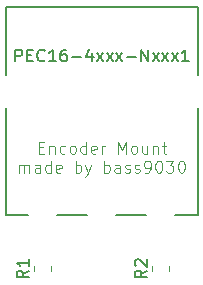
<source format=gbr>
%TF.GenerationSoftware,KiCad,Pcbnew,8.0.4*%
%TF.CreationDate,2024-08-04T23:07:33+09:00*%
%TF.ProjectId,sdvx-encoder-holder,73647678-2d65-46e6-936f-6465722d686f,rev?*%
%TF.SameCoordinates,Original*%
%TF.FileFunction,Legend,Top*%
%TF.FilePolarity,Positive*%
%FSLAX46Y46*%
G04 Gerber Fmt 4.6, Leading zero omitted, Abs format (unit mm)*
G04 Created by KiCad (PCBNEW 8.0.4) date 2024-08-04 23:07:33*
%MOMM*%
%LPD*%
G01*
G04 APERTURE LIST*
%ADD10C,0.100000*%
%ADD11C,0.150000*%
%ADD12C,0.120000*%
%ADD13C,0.152400*%
G04 APERTURE END LIST*
D10*
X122666666Y-90738665D02*
X122999999Y-90738665D01*
X123142856Y-91262475D02*
X122666666Y-91262475D01*
X122666666Y-91262475D02*
X122666666Y-90262475D01*
X122666666Y-90262475D02*
X123142856Y-90262475D01*
X123571428Y-90595808D02*
X123571428Y-91262475D01*
X123571428Y-90691046D02*
X123619047Y-90643427D01*
X123619047Y-90643427D02*
X123714285Y-90595808D01*
X123714285Y-90595808D02*
X123857142Y-90595808D01*
X123857142Y-90595808D02*
X123952380Y-90643427D01*
X123952380Y-90643427D02*
X123999999Y-90738665D01*
X123999999Y-90738665D02*
X123999999Y-91262475D01*
X124904761Y-91214856D02*
X124809523Y-91262475D01*
X124809523Y-91262475D02*
X124619047Y-91262475D01*
X124619047Y-91262475D02*
X124523809Y-91214856D01*
X124523809Y-91214856D02*
X124476190Y-91167236D01*
X124476190Y-91167236D02*
X124428571Y-91071998D01*
X124428571Y-91071998D02*
X124428571Y-90786284D01*
X124428571Y-90786284D02*
X124476190Y-90691046D01*
X124476190Y-90691046D02*
X124523809Y-90643427D01*
X124523809Y-90643427D02*
X124619047Y-90595808D01*
X124619047Y-90595808D02*
X124809523Y-90595808D01*
X124809523Y-90595808D02*
X124904761Y-90643427D01*
X125476190Y-91262475D02*
X125380952Y-91214856D01*
X125380952Y-91214856D02*
X125333333Y-91167236D01*
X125333333Y-91167236D02*
X125285714Y-91071998D01*
X125285714Y-91071998D02*
X125285714Y-90786284D01*
X125285714Y-90786284D02*
X125333333Y-90691046D01*
X125333333Y-90691046D02*
X125380952Y-90643427D01*
X125380952Y-90643427D02*
X125476190Y-90595808D01*
X125476190Y-90595808D02*
X125619047Y-90595808D01*
X125619047Y-90595808D02*
X125714285Y-90643427D01*
X125714285Y-90643427D02*
X125761904Y-90691046D01*
X125761904Y-90691046D02*
X125809523Y-90786284D01*
X125809523Y-90786284D02*
X125809523Y-91071998D01*
X125809523Y-91071998D02*
X125761904Y-91167236D01*
X125761904Y-91167236D02*
X125714285Y-91214856D01*
X125714285Y-91214856D02*
X125619047Y-91262475D01*
X125619047Y-91262475D02*
X125476190Y-91262475D01*
X126666666Y-91262475D02*
X126666666Y-90262475D01*
X126666666Y-91214856D02*
X126571428Y-91262475D01*
X126571428Y-91262475D02*
X126380952Y-91262475D01*
X126380952Y-91262475D02*
X126285714Y-91214856D01*
X126285714Y-91214856D02*
X126238095Y-91167236D01*
X126238095Y-91167236D02*
X126190476Y-91071998D01*
X126190476Y-91071998D02*
X126190476Y-90786284D01*
X126190476Y-90786284D02*
X126238095Y-90691046D01*
X126238095Y-90691046D02*
X126285714Y-90643427D01*
X126285714Y-90643427D02*
X126380952Y-90595808D01*
X126380952Y-90595808D02*
X126571428Y-90595808D01*
X126571428Y-90595808D02*
X126666666Y-90643427D01*
X127523809Y-91214856D02*
X127428571Y-91262475D01*
X127428571Y-91262475D02*
X127238095Y-91262475D01*
X127238095Y-91262475D02*
X127142857Y-91214856D01*
X127142857Y-91214856D02*
X127095238Y-91119617D01*
X127095238Y-91119617D02*
X127095238Y-90738665D01*
X127095238Y-90738665D02*
X127142857Y-90643427D01*
X127142857Y-90643427D02*
X127238095Y-90595808D01*
X127238095Y-90595808D02*
X127428571Y-90595808D01*
X127428571Y-90595808D02*
X127523809Y-90643427D01*
X127523809Y-90643427D02*
X127571428Y-90738665D01*
X127571428Y-90738665D02*
X127571428Y-90833903D01*
X127571428Y-90833903D02*
X127095238Y-90929141D01*
X128000000Y-91262475D02*
X128000000Y-90595808D01*
X128000000Y-90786284D02*
X128047619Y-90691046D01*
X128047619Y-90691046D02*
X128095238Y-90643427D01*
X128095238Y-90643427D02*
X128190476Y-90595808D01*
X128190476Y-90595808D02*
X128285714Y-90595808D01*
X129380953Y-91262475D02*
X129380953Y-90262475D01*
X129380953Y-90262475D02*
X129714286Y-90976760D01*
X129714286Y-90976760D02*
X130047619Y-90262475D01*
X130047619Y-90262475D02*
X130047619Y-91262475D01*
X130666667Y-91262475D02*
X130571429Y-91214856D01*
X130571429Y-91214856D02*
X130523810Y-91167236D01*
X130523810Y-91167236D02*
X130476191Y-91071998D01*
X130476191Y-91071998D02*
X130476191Y-90786284D01*
X130476191Y-90786284D02*
X130523810Y-90691046D01*
X130523810Y-90691046D02*
X130571429Y-90643427D01*
X130571429Y-90643427D02*
X130666667Y-90595808D01*
X130666667Y-90595808D02*
X130809524Y-90595808D01*
X130809524Y-90595808D02*
X130904762Y-90643427D01*
X130904762Y-90643427D02*
X130952381Y-90691046D01*
X130952381Y-90691046D02*
X131000000Y-90786284D01*
X131000000Y-90786284D02*
X131000000Y-91071998D01*
X131000000Y-91071998D02*
X130952381Y-91167236D01*
X130952381Y-91167236D02*
X130904762Y-91214856D01*
X130904762Y-91214856D02*
X130809524Y-91262475D01*
X130809524Y-91262475D02*
X130666667Y-91262475D01*
X131857143Y-90595808D02*
X131857143Y-91262475D01*
X131428572Y-90595808D02*
X131428572Y-91119617D01*
X131428572Y-91119617D02*
X131476191Y-91214856D01*
X131476191Y-91214856D02*
X131571429Y-91262475D01*
X131571429Y-91262475D02*
X131714286Y-91262475D01*
X131714286Y-91262475D02*
X131809524Y-91214856D01*
X131809524Y-91214856D02*
X131857143Y-91167236D01*
X132333334Y-90595808D02*
X132333334Y-91262475D01*
X132333334Y-90691046D02*
X132380953Y-90643427D01*
X132380953Y-90643427D02*
X132476191Y-90595808D01*
X132476191Y-90595808D02*
X132619048Y-90595808D01*
X132619048Y-90595808D02*
X132714286Y-90643427D01*
X132714286Y-90643427D02*
X132761905Y-90738665D01*
X132761905Y-90738665D02*
X132761905Y-91262475D01*
X133095239Y-90595808D02*
X133476191Y-90595808D01*
X133238096Y-90262475D02*
X133238096Y-91119617D01*
X133238096Y-91119617D02*
X133285715Y-91214856D01*
X133285715Y-91214856D02*
X133380953Y-91262475D01*
X133380953Y-91262475D02*
X133476191Y-91262475D01*
X121023809Y-92872419D02*
X121023809Y-92205752D01*
X121023809Y-92300990D02*
X121071428Y-92253371D01*
X121071428Y-92253371D02*
X121166666Y-92205752D01*
X121166666Y-92205752D02*
X121309523Y-92205752D01*
X121309523Y-92205752D02*
X121404761Y-92253371D01*
X121404761Y-92253371D02*
X121452380Y-92348609D01*
X121452380Y-92348609D02*
X121452380Y-92872419D01*
X121452380Y-92348609D02*
X121499999Y-92253371D01*
X121499999Y-92253371D02*
X121595237Y-92205752D01*
X121595237Y-92205752D02*
X121738094Y-92205752D01*
X121738094Y-92205752D02*
X121833333Y-92253371D01*
X121833333Y-92253371D02*
X121880952Y-92348609D01*
X121880952Y-92348609D02*
X121880952Y-92872419D01*
X122785713Y-92872419D02*
X122785713Y-92348609D01*
X122785713Y-92348609D02*
X122738094Y-92253371D01*
X122738094Y-92253371D02*
X122642856Y-92205752D01*
X122642856Y-92205752D02*
X122452380Y-92205752D01*
X122452380Y-92205752D02*
X122357142Y-92253371D01*
X122785713Y-92824800D02*
X122690475Y-92872419D01*
X122690475Y-92872419D02*
X122452380Y-92872419D01*
X122452380Y-92872419D02*
X122357142Y-92824800D01*
X122357142Y-92824800D02*
X122309523Y-92729561D01*
X122309523Y-92729561D02*
X122309523Y-92634323D01*
X122309523Y-92634323D02*
X122357142Y-92539085D01*
X122357142Y-92539085D02*
X122452380Y-92491466D01*
X122452380Y-92491466D02*
X122690475Y-92491466D01*
X122690475Y-92491466D02*
X122785713Y-92443847D01*
X123690475Y-92872419D02*
X123690475Y-91872419D01*
X123690475Y-92824800D02*
X123595237Y-92872419D01*
X123595237Y-92872419D02*
X123404761Y-92872419D01*
X123404761Y-92872419D02*
X123309523Y-92824800D01*
X123309523Y-92824800D02*
X123261904Y-92777180D01*
X123261904Y-92777180D02*
X123214285Y-92681942D01*
X123214285Y-92681942D02*
X123214285Y-92396228D01*
X123214285Y-92396228D02*
X123261904Y-92300990D01*
X123261904Y-92300990D02*
X123309523Y-92253371D01*
X123309523Y-92253371D02*
X123404761Y-92205752D01*
X123404761Y-92205752D02*
X123595237Y-92205752D01*
X123595237Y-92205752D02*
X123690475Y-92253371D01*
X124547618Y-92824800D02*
X124452380Y-92872419D01*
X124452380Y-92872419D02*
X124261904Y-92872419D01*
X124261904Y-92872419D02*
X124166666Y-92824800D01*
X124166666Y-92824800D02*
X124119047Y-92729561D01*
X124119047Y-92729561D02*
X124119047Y-92348609D01*
X124119047Y-92348609D02*
X124166666Y-92253371D01*
X124166666Y-92253371D02*
X124261904Y-92205752D01*
X124261904Y-92205752D02*
X124452380Y-92205752D01*
X124452380Y-92205752D02*
X124547618Y-92253371D01*
X124547618Y-92253371D02*
X124595237Y-92348609D01*
X124595237Y-92348609D02*
X124595237Y-92443847D01*
X124595237Y-92443847D02*
X124119047Y-92539085D01*
X125785714Y-92872419D02*
X125785714Y-91872419D01*
X125785714Y-92253371D02*
X125880952Y-92205752D01*
X125880952Y-92205752D02*
X126071428Y-92205752D01*
X126071428Y-92205752D02*
X126166666Y-92253371D01*
X126166666Y-92253371D02*
X126214285Y-92300990D01*
X126214285Y-92300990D02*
X126261904Y-92396228D01*
X126261904Y-92396228D02*
X126261904Y-92681942D01*
X126261904Y-92681942D02*
X126214285Y-92777180D01*
X126214285Y-92777180D02*
X126166666Y-92824800D01*
X126166666Y-92824800D02*
X126071428Y-92872419D01*
X126071428Y-92872419D02*
X125880952Y-92872419D01*
X125880952Y-92872419D02*
X125785714Y-92824800D01*
X126595238Y-92205752D02*
X126833333Y-92872419D01*
X127071428Y-92205752D02*
X126833333Y-92872419D01*
X126833333Y-92872419D02*
X126738095Y-93110514D01*
X126738095Y-93110514D02*
X126690476Y-93158133D01*
X126690476Y-93158133D02*
X126595238Y-93205752D01*
X128214286Y-92872419D02*
X128214286Y-91872419D01*
X128214286Y-92253371D02*
X128309524Y-92205752D01*
X128309524Y-92205752D02*
X128500000Y-92205752D01*
X128500000Y-92205752D02*
X128595238Y-92253371D01*
X128595238Y-92253371D02*
X128642857Y-92300990D01*
X128642857Y-92300990D02*
X128690476Y-92396228D01*
X128690476Y-92396228D02*
X128690476Y-92681942D01*
X128690476Y-92681942D02*
X128642857Y-92777180D01*
X128642857Y-92777180D02*
X128595238Y-92824800D01*
X128595238Y-92824800D02*
X128500000Y-92872419D01*
X128500000Y-92872419D02*
X128309524Y-92872419D01*
X128309524Y-92872419D02*
X128214286Y-92824800D01*
X129547619Y-92872419D02*
X129547619Y-92348609D01*
X129547619Y-92348609D02*
X129500000Y-92253371D01*
X129500000Y-92253371D02*
X129404762Y-92205752D01*
X129404762Y-92205752D02*
X129214286Y-92205752D01*
X129214286Y-92205752D02*
X129119048Y-92253371D01*
X129547619Y-92824800D02*
X129452381Y-92872419D01*
X129452381Y-92872419D02*
X129214286Y-92872419D01*
X129214286Y-92872419D02*
X129119048Y-92824800D01*
X129119048Y-92824800D02*
X129071429Y-92729561D01*
X129071429Y-92729561D02*
X129071429Y-92634323D01*
X129071429Y-92634323D02*
X129119048Y-92539085D01*
X129119048Y-92539085D02*
X129214286Y-92491466D01*
X129214286Y-92491466D02*
X129452381Y-92491466D01*
X129452381Y-92491466D02*
X129547619Y-92443847D01*
X129976191Y-92824800D02*
X130071429Y-92872419D01*
X130071429Y-92872419D02*
X130261905Y-92872419D01*
X130261905Y-92872419D02*
X130357143Y-92824800D01*
X130357143Y-92824800D02*
X130404762Y-92729561D01*
X130404762Y-92729561D02*
X130404762Y-92681942D01*
X130404762Y-92681942D02*
X130357143Y-92586704D01*
X130357143Y-92586704D02*
X130261905Y-92539085D01*
X130261905Y-92539085D02*
X130119048Y-92539085D01*
X130119048Y-92539085D02*
X130023810Y-92491466D01*
X130023810Y-92491466D02*
X129976191Y-92396228D01*
X129976191Y-92396228D02*
X129976191Y-92348609D01*
X129976191Y-92348609D02*
X130023810Y-92253371D01*
X130023810Y-92253371D02*
X130119048Y-92205752D01*
X130119048Y-92205752D02*
X130261905Y-92205752D01*
X130261905Y-92205752D02*
X130357143Y-92253371D01*
X130785715Y-92824800D02*
X130880953Y-92872419D01*
X130880953Y-92872419D02*
X131071429Y-92872419D01*
X131071429Y-92872419D02*
X131166667Y-92824800D01*
X131166667Y-92824800D02*
X131214286Y-92729561D01*
X131214286Y-92729561D02*
X131214286Y-92681942D01*
X131214286Y-92681942D02*
X131166667Y-92586704D01*
X131166667Y-92586704D02*
X131071429Y-92539085D01*
X131071429Y-92539085D02*
X130928572Y-92539085D01*
X130928572Y-92539085D02*
X130833334Y-92491466D01*
X130833334Y-92491466D02*
X130785715Y-92396228D01*
X130785715Y-92396228D02*
X130785715Y-92348609D01*
X130785715Y-92348609D02*
X130833334Y-92253371D01*
X130833334Y-92253371D02*
X130928572Y-92205752D01*
X130928572Y-92205752D02*
X131071429Y-92205752D01*
X131071429Y-92205752D02*
X131166667Y-92253371D01*
X131690477Y-92872419D02*
X131880953Y-92872419D01*
X131880953Y-92872419D02*
X131976191Y-92824800D01*
X131976191Y-92824800D02*
X132023810Y-92777180D01*
X132023810Y-92777180D02*
X132119048Y-92634323D01*
X132119048Y-92634323D02*
X132166667Y-92443847D01*
X132166667Y-92443847D02*
X132166667Y-92062895D01*
X132166667Y-92062895D02*
X132119048Y-91967657D01*
X132119048Y-91967657D02*
X132071429Y-91920038D01*
X132071429Y-91920038D02*
X131976191Y-91872419D01*
X131976191Y-91872419D02*
X131785715Y-91872419D01*
X131785715Y-91872419D02*
X131690477Y-91920038D01*
X131690477Y-91920038D02*
X131642858Y-91967657D01*
X131642858Y-91967657D02*
X131595239Y-92062895D01*
X131595239Y-92062895D02*
X131595239Y-92300990D01*
X131595239Y-92300990D02*
X131642858Y-92396228D01*
X131642858Y-92396228D02*
X131690477Y-92443847D01*
X131690477Y-92443847D02*
X131785715Y-92491466D01*
X131785715Y-92491466D02*
X131976191Y-92491466D01*
X131976191Y-92491466D02*
X132071429Y-92443847D01*
X132071429Y-92443847D02*
X132119048Y-92396228D01*
X132119048Y-92396228D02*
X132166667Y-92300990D01*
X132785715Y-91872419D02*
X132880953Y-91872419D01*
X132880953Y-91872419D02*
X132976191Y-91920038D01*
X132976191Y-91920038D02*
X133023810Y-91967657D01*
X133023810Y-91967657D02*
X133071429Y-92062895D01*
X133071429Y-92062895D02*
X133119048Y-92253371D01*
X133119048Y-92253371D02*
X133119048Y-92491466D01*
X133119048Y-92491466D02*
X133071429Y-92681942D01*
X133071429Y-92681942D02*
X133023810Y-92777180D01*
X133023810Y-92777180D02*
X132976191Y-92824800D01*
X132976191Y-92824800D02*
X132880953Y-92872419D01*
X132880953Y-92872419D02*
X132785715Y-92872419D01*
X132785715Y-92872419D02*
X132690477Y-92824800D01*
X132690477Y-92824800D02*
X132642858Y-92777180D01*
X132642858Y-92777180D02*
X132595239Y-92681942D01*
X132595239Y-92681942D02*
X132547620Y-92491466D01*
X132547620Y-92491466D02*
X132547620Y-92253371D01*
X132547620Y-92253371D02*
X132595239Y-92062895D01*
X132595239Y-92062895D02*
X132642858Y-91967657D01*
X132642858Y-91967657D02*
X132690477Y-91920038D01*
X132690477Y-91920038D02*
X132785715Y-91872419D01*
X133452382Y-91872419D02*
X134071429Y-91872419D01*
X134071429Y-91872419D02*
X133738096Y-92253371D01*
X133738096Y-92253371D02*
X133880953Y-92253371D01*
X133880953Y-92253371D02*
X133976191Y-92300990D01*
X133976191Y-92300990D02*
X134023810Y-92348609D01*
X134023810Y-92348609D02*
X134071429Y-92443847D01*
X134071429Y-92443847D02*
X134071429Y-92681942D01*
X134071429Y-92681942D02*
X134023810Y-92777180D01*
X134023810Y-92777180D02*
X133976191Y-92824800D01*
X133976191Y-92824800D02*
X133880953Y-92872419D01*
X133880953Y-92872419D02*
X133595239Y-92872419D01*
X133595239Y-92872419D02*
X133500001Y-92824800D01*
X133500001Y-92824800D02*
X133452382Y-92777180D01*
X134690477Y-91872419D02*
X134785715Y-91872419D01*
X134785715Y-91872419D02*
X134880953Y-91920038D01*
X134880953Y-91920038D02*
X134928572Y-91967657D01*
X134928572Y-91967657D02*
X134976191Y-92062895D01*
X134976191Y-92062895D02*
X135023810Y-92253371D01*
X135023810Y-92253371D02*
X135023810Y-92491466D01*
X135023810Y-92491466D02*
X134976191Y-92681942D01*
X134976191Y-92681942D02*
X134928572Y-92777180D01*
X134928572Y-92777180D02*
X134880953Y-92824800D01*
X134880953Y-92824800D02*
X134785715Y-92872419D01*
X134785715Y-92872419D02*
X134690477Y-92872419D01*
X134690477Y-92872419D02*
X134595239Y-92824800D01*
X134595239Y-92824800D02*
X134547620Y-92777180D01*
X134547620Y-92777180D02*
X134500001Y-92681942D01*
X134500001Y-92681942D02*
X134452382Y-92491466D01*
X134452382Y-92491466D02*
X134452382Y-92253371D01*
X134452382Y-92253371D02*
X134500001Y-92062895D01*
X134500001Y-92062895D02*
X134547620Y-91967657D01*
X134547620Y-91967657D02*
X134595239Y-91920038D01*
X134595239Y-91920038D02*
X134690477Y-91872419D01*
D11*
X121804819Y-101166666D02*
X121328628Y-101499999D01*
X121804819Y-101738094D02*
X120804819Y-101738094D01*
X120804819Y-101738094D02*
X120804819Y-101357142D01*
X120804819Y-101357142D02*
X120852438Y-101261904D01*
X120852438Y-101261904D02*
X120900057Y-101214285D01*
X120900057Y-101214285D02*
X120995295Y-101166666D01*
X120995295Y-101166666D02*
X121138152Y-101166666D01*
X121138152Y-101166666D02*
X121233390Y-101214285D01*
X121233390Y-101214285D02*
X121281009Y-101261904D01*
X121281009Y-101261904D02*
X121328628Y-101357142D01*
X121328628Y-101357142D02*
X121328628Y-101738094D01*
X121804819Y-100214285D02*
X121804819Y-100785713D01*
X121804819Y-100499999D02*
X120804819Y-100499999D01*
X120804819Y-100499999D02*
X120947676Y-100595237D01*
X120947676Y-100595237D02*
X121042914Y-100690475D01*
X121042914Y-100690475D02*
X121090533Y-100785713D01*
X131804819Y-101166666D02*
X131328628Y-101499999D01*
X131804819Y-101738094D02*
X130804819Y-101738094D01*
X130804819Y-101738094D02*
X130804819Y-101357142D01*
X130804819Y-101357142D02*
X130852438Y-101261904D01*
X130852438Y-101261904D02*
X130900057Y-101214285D01*
X130900057Y-101214285D02*
X130995295Y-101166666D01*
X130995295Y-101166666D02*
X131138152Y-101166666D01*
X131138152Y-101166666D02*
X131233390Y-101214285D01*
X131233390Y-101214285D02*
X131281009Y-101261904D01*
X131281009Y-101261904D02*
X131328628Y-101357142D01*
X131328628Y-101357142D02*
X131328628Y-101738094D01*
X130900057Y-100785713D02*
X130852438Y-100738094D01*
X130852438Y-100738094D02*
X130804819Y-100642856D01*
X130804819Y-100642856D02*
X130804819Y-100404761D01*
X130804819Y-100404761D02*
X130852438Y-100309523D01*
X130852438Y-100309523D02*
X130900057Y-100261904D01*
X130900057Y-100261904D02*
X130995295Y-100214285D01*
X130995295Y-100214285D02*
X131090533Y-100214285D01*
X131090533Y-100214285D02*
X131233390Y-100261904D01*
X131233390Y-100261904D02*
X131804819Y-100833332D01*
X131804819Y-100833332D02*
X131804819Y-100214285D01*
X120690476Y-83454819D02*
X120690476Y-82454819D01*
X120690476Y-82454819D02*
X121071428Y-82454819D01*
X121071428Y-82454819D02*
X121166666Y-82502438D01*
X121166666Y-82502438D02*
X121214285Y-82550057D01*
X121214285Y-82550057D02*
X121261904Y-82645295D01*
X121261904Y-82645295D02*
X121261904Y-82788152D01*
X121261904Y-82788152D02*
X121214285Y-82883390D01*
X121214285Y-82883390D02*
X121166666Y-82931009D01*
X121166666Y-82931009D02*
X121071428Y-82978628D01*
X121071428Y-82978628D02*
X120690476Y-82978628D01*
X121690476Y-82931009D02*
X122023809Y-82931009D01*
X122166666Y-83454819D02*
X121690476Y-83454819D01*
X121690476Y-83454819D02*
X121690476Y-82454819D01*
X121690476Y-82454819D02*
X122166666Y-82454819D01*
X123166666Y-83359580D02*
X123119047Y-83407200D01*
X123119047Y-83407200D02*
X122976190Y-83454819D01*
X122976190Y-83454819D02*
X122880952Y-83454819D01*
X122880952Y-83454819D02*
X122738095Y-83407200D01*
X122738095Y-83407200D02*
X122642857Y-83311961D01*
X122642857Y-83311961D02*
X122595238Y-83216723D01*
X122595238Y-83216723D02*
X122547619Y-83026247D01*
X122547619Y-83026247D02*
X122547619Y-82883390D01*
X122547619Y-82883390D02*
X122595238Y-82692914D01*
X122595238Y-82692914D02*
X122642857Y-82597676D01*
X122642857Y-82597676D02*
X122738095Y-82502438D01*
X122738095Y-82502438D02*
X122880952Y-82454819D01*
X122880952Y-82454819D02*
X122976190Y-82454819D01*
X122976190Y-82454819D02*
X123119047Y-82502438D01*
X123119047Y-82502438D02*
X123166666Y-82550057D01*
X124119047Y-83454819D02*
X123547619Y-83454819D01*
X123833333Y-83454819D02*
X123833333Y-82454819D01*
X123833333Y-82454819D02*
X123738095Y-82597676D01*
X123738095Y-82597676D02*
X123642857Y-82692914D01*
X123642857Y-82692914D02*
X123547619Y-82740533D01*
X124976190Y-82454819D02*
X124785714Y-82454819D01*
X124785714Y-82454819D02*
X124690476Y-82502438D01*
X124690476Y-82502438D02*
X124642857Y-82550057D01*
X124642857Y-82550057D02*
X124547619Y-82692914D01*
X124547619Y-82692914D02*
X124500000Y-82883390D01*
X124500000Y-82883390D02*
X124500000Y-83264342D01*
X124500000Y-83264342D02*
X124547619Y-83359580D01*
X124547619Y-83359580D02*
X124595238Y-83407200D01*
X124595238Y-83407200D02*
X124690476Y-83454819D01*
X124690476Y-83454819D02*
X124880952Y-83454819D01*
X124880952Y-83454819D02*
X124976190Y-83407200D01*
X124976190Y-83407200D02*
X125023809Y-83359580D01*
X125023809Y-83359580D02*
X125071428Y-83264342D01*
X125071428Y-83264342D02*
X125071428Y-83026247D01*
X125071428Y-83026247D02*
X125023809Y-82931009D01*
X125023809Y-82931009D02*
X124976190Y-82883390D01*
X124976190Y-82883390D02*
X124880952Y-82835771D01*
X124880952Y-82835771D02*
X124690476Y-82835771D01*
X124690476Y-82835771D02*
X124595238Y-82883390D01*
X124595238Y-82883390D02*
X124547619Y-82931009D01*
X124547619Y-82931009D02*
X124500000Y-83026247D01*
X125500000Y-83073866D02*
X126261905Y-83073866D01*
X127166666Y-82788152D02*
X127166666Y-83454819D01*
X126928571Y-82407200D02*
X126690476Y-83121485D01*
X126690476Y-83121485D02*
X127309523Y-83121485D01*
X127595238Y-83454819D02*
X128119047Y-82788152D01*
X127595238Y-82788152D02*
X128119047Y-83454819D01*
X128404762Y-83454819D02*
X128928571Y-82788152D01*
X128404762Y-82788152D02*
X128928571Y-83454819D01*
X129214286Y-83454819D02*
X129738095Y-82788152D01*
X129214286Y-82788152D02*
X129738095Y-83454819D01*
X130119048Y-83073866D02*
X130880953Y-83073866D01*
X131357143Y-83454819D02*
X131357143Y-82454819D01*
X131357143Y-82454819D02*
X131928571Y-83454819D01*
X131928571Y-83454819D02*
X131928571Y-82454819D01*
X132309524Y-83454819D02*
X132833333Y-82788152D01*
X132309524Y-82788152D02*
X132833333Y-83454819D01*
X133119048Y-83454819D02*
X133642857Y-82788152D01*
X133119048Y-82788152D02*
X133642857Y-83454819D01*
X133928572Y-83454819D02*
X134452381Y-82788152D01*
X133928572Y-82788152D02*
X134452381Y-83454819D01*
X135357143Y-83454819D02*
X134785715Y-83454819D01*
X135071429Y-83454819D02*
X135071429Y-82454819D01*
X135071429Y-82454819D02*
X134976191Y-82597676D01*
X134976191Y-82597676D02*
X134880953Y-82692914D01*
X134880953Y-82692914D02*
X134785715Y-82740533D01*
D12*
%TO.C,R1*%
X122265000Y-101227064D02*
X122265000Y-100772936D01*
X123735000Y-101227064D02*
X123735000Y-100772936D01*
%TO.C,R2*%
X132265000Y-101227064D02*
X132265000Y-100772936D01*
X133735000Y-101227064D02*
X133735000Y-100772936D01*
D13*
%TO.C,PEC16-4xxx-Nxxx1*%
X119872000Y-78872999D02*
X119872000Y-84613158D01*
X119872000Y-87386838D02*
X119872000Y-96424399D01*
X119872000Y-96424399D02*
X121767877Y-96424399D01*
X124232123Y-96424399D02*
X126767877Y-96424399D01*
X129232123Y-96424399D02*
X131767877Y-96424399D01*
X134232123Y-96424399D02*
X136128000Y-96424399D01*
X136128000Y-78872999D02*
X119872000Y-78872999D01*
X136128000Y-84613158D02*
X136128000Y-78872999D01*
X136128000Y-96424399D02*
X136128000Y-87386838D01*
%TD*%
M02*

</source>
